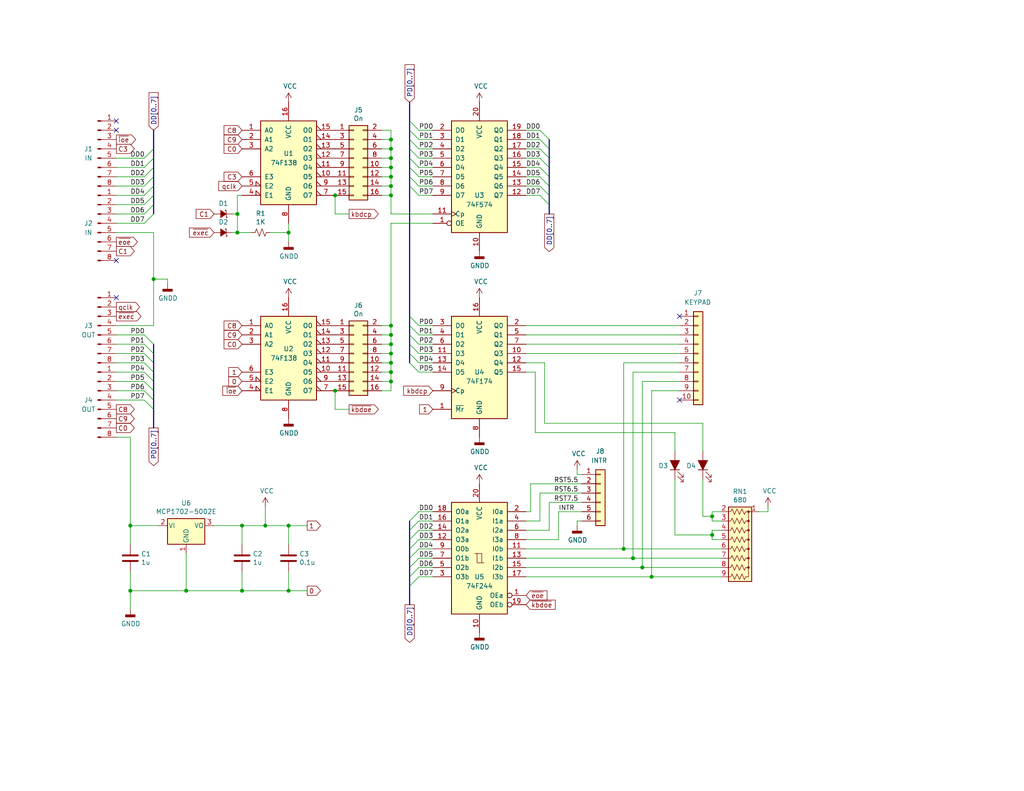
<source format=kicad_sch>
(kicad_sch (version 20211123) (generator eeschema)
  (paper "USLetter")
  (title_block (title "Novasaur Expansion Prototype") (date "2022-05-19") (rev "3") (company "Solid-state Machines") (comment 1 "Copyright (c) 2022"))
  (lib_symbols
    (symbol "74xx:74LS138" (pin_names (offset 1.016))
      (property "Reference" "U" (at -7.62 11.43 0))
      (property "Value" "74LS138" (at -7.62 -13.97 0))
      (symbol "74LS138_1_0"
        (pin input line (at -12.7 7.62 0) (length 5.08) (name "A0") (number "1"))
        (pin output output_low (at 12.7 -5.08 180) (length 5.08) (name "O5") (number "10"))
        (pin output output_low (at 12.7 -2.54 180) (length 5.08) (name "O4") (number "11"))
        (pin output output_low (at 12.7 0 180) (length 5.08) (name "O3") (number "12"))
        (pin output output_low (at 12.7 2.54 180) (length 5.08) (name "O2") (number "13"))
        (pin output output_low (at 12.7 5.08 180) (length 5.08) (name "O1") (number "14"))
        (pin output output_low (at 12.7 7.62 180) (length 5.08) (name "O0") (number "15"))
        (pin power_in line (at 0 15.24 270) (length 5.08) (name "VCC") (number "16"))
        (pin input line (at -12.7 5.08 0) (length 5.08) (name "A1") (number "2"))
        (pin input line (at -12.7 2.54 0) (length 5.08) (name "A2") (number "3"))
        (pin input input_low (at -12.7 -10.16 0) (length 5.08) (name "E1") (number "4"))
        (pin input input_low (at -12.7 -7.62 0) (length 5.08) (name "E2") (number "5"))
        (pin input line (at -12.7 -5.08 0) (length 5.08) (name "E3") (number "6"))
        (pin output output_low (at 12.7 -10.16 180) (length 5.08) (name "O7") (number "7"))
        (pin power_in line (at 0 -17.78 90) (length 5.08) (name "GND") (number "8"))
        (pin output output_low (at 12.7 -7.62 180) (length 5.08) (name "O6") (number "9"))
      )
      (symbol "74LS138_1_1"
        (rectangle (start -7.62 10.16) (end 7.62 -12.7) (stroke (width 0.254)) (fill (type background)))
      )
    )
    (symbol "74xx:74LS174" (pin_names (offset 1.016))
      (property "Reference" "U" (at -7.62 13.97 0))
      (property "Value" "74LS174" (at -7.62 -16.51 0))
      (symbol "74LS174_1_0"
        (pin input line (at -12.7 -12.7 0) (length 5.08) (name "~{Mr}") (number "1"))
        (pin output line (at 12.7 2.54 180) (length 5.08) (name "Q3") (number "10"))
        (pin input line (at -12.7 2.54 0) (length 5.08) (name "D3") (number "11"))
        (pin output line (at 12.7 0 180) (length 5.08) (name "Q4") (number "12"))
        (pin input line (at -12.7 0 0) (length 5.08) (name "D4") (number "13"))
        (pin input line (at -12.7 -2.54 0) (length 5.08) (name "D5") (number "14"))
        (pin output line (at 12.7 -2.54 180) (length 5.08) (name "Q5") (number "15"))
        (pin power_in line (at 0 17.78 270) (length 5.08) (name "VCC") (number "16"))
        (pin output line (at 12.7 10.16 180) (length 5.08) (name "Q0") (number "2"))
        (pin input line (at -12.7 10.16 0) (length 5.08) (name "D0") (number "3"))
        (pin input line (at -12.7 7.62 0) (length 5.08) (name "D1") (number "4"))
        (pin output line (at 12.7 7.62 180) (length 5.08) (name "Q1") (number "5"))
        (pin input line (at -12.7 5.08 0) (length 5.08) (name "D2") (number "6"))
        (pin output line (at 12.7 5.08 180) (length 5.08) (name "Q2") (number "7"))
        (pin power_in line (at 0 -20.32 90) (length 5.08) (name "GND") (number "8"))
        (pin input clock (at -12.7 -7.62 0) (length 5.08) (name "Cp") (number "9"))
      )
      (symbol "74LS174_1_1"
        (rectangle (start -7.62 12.7) (end 7.62 -15.24) (stroke (width 0.254)) (fill (type background)))
      )
    )
    (symbol "74xx:74LS244" (pin_names (offset 1.016))
      (property "Reference" "U" (at -7.62 16.51 0))
      (property "Value" "74LS244" (at -7.62 -16.51 0))
      (symbol "74LS244_1_0"
        (polyline (pts (xy -0.635 -1.27) (xy -0.635 1.27) (xy 0.635 1.27)))
        (polyline (pts (xy -1.27 -1.27) (xy 0.635 -1.27) (xy 0.635 1.27) (xy 1.27 1.27)))
        (pin input inverted (at -12.7 -10.16 0) (length 5.08) (name "OEa") (number "1"))
        (pin power_in line (at 0 -20.32 90) (length 5.08) (name "GND") (number "10"))
        (pin input line (at -12.7 2.54 0) (length 5.08) (name "I0b") (number "11"))
        (pin tri_state line (at 12.7 5.08 180) (length 5.08) (name "O3a") (number "12"))
        (pin input line (at -12.7 0 0) (length 5.08) (name "I1b") (number "13"))
        (pin tri_state line (at 12.7 7.62 180) (length 5.08) (name "O2a") (number "14"))
        (pin input line (at -12.7 -2.54 0) (length 5.08) (name "I2b") (number "15"))
        (pin tri_state line (at 12.7 10.16 180) (length 5.08) (name "O1a") (number "16"))
        (pin input line (at -12.7 -5.08 0) (length 5.08) (name "I3b") (number "17"))
        (pin tri_state line (at 12.7 12.7 180) (length 5.08) (name "O0a") (number "18"))
        (pin input inverted (at -12.7 -12.7 0) (length 5.08) (name "OEb") (number "19"))
        (pin input line (at -12.7 12.7 0) (length 5.08) (name "I0a") (number "2"))
        (pin power_in line (at 0 20.32 270) (length 5.08) (name "VCC") (number "20"))
        (pin tri_state line (at 12.7 -5.08 180) (length 5.08) (name "O3b") (number "3"))
        (pin input line (at -12.7 10.16 0) (length 5.08) (name "I1a") (number "4"))
        (pin tri_state line (at 12.7 -2.54 180) (length 5.08) (name "O2b") (number "5"))
        (pin input line (at -12.7 7.62 0) (length 5.08) (name "I2a") (number "6"))
        (pin tri_state line (at 12.7 0 180) (length 5.08) (name "O1b") (number "7"))
        (pin input line (at -12.7 5.08 0) (length 5.08) (name "I3a") (number "8"))
        (pin tri_state line (at 12.7 2.54 180) (length 5.08) (name "O0b") (number "9"))
      )
      (symbol "74LS244_1_1"
        (rectangle (start -7.62 15.24) (end 7.62 -15.24) (stroke (width 0.254)) (fill (type background)))
      )
    )
    (symbol "74xx:74LS574" (pin_names (offset 1.016))
      (property "Reference" "U" (at -7.62 16.51 0))
      (property "Value" "74LS574" (at -7.62 -16.51 0))
      (symbol "74LS574_1_0"
        (pin input inverted (at -12.7 -12.7 0) (length 5.08) (name "OE") (number "1"))
        (pin power_in line (at 0 -20.32 90) (length 5.08) (name "GND") (number "10"))
        (pin input clock (at -12.7 -10.16 0) (length 5.08) (name "Cp") (number "11"))
        (pin tri_state line (at 12.7 -5.08 180) (length 5.08) (name "Q7") (number "12"))
        (pin tri_state line (at 12.7 -2.54 180) (length 5.08) (name "Q6") (number "13"))
        (pin tri_state line (at 12.7 0 180) (length 5.08) (name "Q5") (number "14"))
        (pin tri_state line (at 12.7 2.54 180) (length 5.08) (name "Q4") (number "15"))
        (pin tri_state line (at 12.7 5.08 180) (length 5.08) (name "Q3") (number "16"))
        (pin tri_state line (at 12.7 7.62 180) (length 5.08) (name "Q2") (number "17"))
        (pin tri_state line (at 12.7 10.16 180) (length 5.08) (name "Q1") (number "18"))
        (pin tri_state line (at 12.7 12.7 180) (length 5.08) (name "Q0") (number "19"))
        (pin input line (at -12.7 12.7 0) (length 5.08) (name "D0") (number "2"))
        (pin power_in line (at 0 20.32 270) (length 5.08) (name "VCC") (number "20"))
        (pin input line (at -12.7 10.16 0) (length 5.08) (name "D1") (number "3"))
        (pin input line (at -12.7 7.62 0) (length 5.08) (name "D2") (number "4"))
        (pin input line (at -12.7 5.08 0) (length 5.08) (name "D3") (number "5"))
        (pin input line (at -12.7 2.54 0) (length 5.08) (name "D4") (number "6"))
        (pin input line (at -12.7 0 0) (length 5.08) (name "D5") (number "7"))
        (pin input line (at -12.7 -2.54 0) (length 5.08) (name "D6") (number "8"))
        (pin input line (at -12.7 -5.08 0) (length 5.08) (name "D7") (number "9"))
      )
      (symbol "74LS574_1_1"
        (rectangle (start -7.62 15.24) (end 7.62 -15.24) (stroke (width 0.254)) (fill (type background)))
      )
    )
    (symbol "Connector:Conn_01x08_Male" (pin_names (offset 1.016) hide)
      (property "Reference" "J" (at 0 10.16 0))
      (property "Value" "Conn_01x08_Male" (at 0 -12.7 0))
      (symbol "Conn_01x08_Male_1_1"
        (polyline (pts (xy 1.27 -10.16) (xy 0.8636 -10.16)) (stroke (width 0.1524)))
        (polyline (pts (xy 1.27 -7.62) (xy 0.8636 -7.62)) (stroke (width 0.1524)))
        (polyline (pts (xy 1.27 -5.08) (xy 0.8636 -5.08)) (stroke (width 0.1524)))
        (polyline (pts (xy 1.27 -2.54) (xy 0.8636 -2.54)) (stroke (width 0.1524)))
        (polyline (pts (xy 1.27 0) (xy 0.8636 0)) (stroke (width 0.1524)))
        (polyline (pts (xy 1.27 2.54) (xy 0.8636 2.54)) (stroke (width 0.1524)))
        (polyline (pts (xy 1.27 5.08) (xy 0.8636 5.08)) (stroke (width 0.1524)))
        (polyline (pts (xy 1.27 7.62) (xy 0.8636 7.62)) (stroke (width 0.1524)))
        (rectangle (start 0.8636 -10.033) (end 0 -10.287) (stroke (width 0.1524)) (fill (type outline)))
        (rectangle (start 0.8636 -7.493) (end 0 -7.747) (stroke (width 0.1524)) (fill (type outline)))
        (rectangle (start 0.8636 -4.953) (end 0 -5.207) (stroke (width 0.1524)) (fill (type outline)))
        (rectangle (start 0.8636 -2.413) (end 0 -2.667) (stroke (width 0.1524)) (fill (type outline)))
        (rectangle (start 0.8636 0.127) (end 0 -0.127) (stroke (width 0.1524)) (fill (type outline)))
        (rectangle (start 0.8636 2.667) (end 0 2.413) (stroke (width 0.1524)) (fill (type outline)))
        (rectangle (start 0.8636 5.207) (end 0 4.953) (stroke (width 0.1524)) (fill (type outline)))
        (rectangle (start 0.8636 7.747) (end 0 7.493) (stroke (width 0.1524)) (fill (type outline)))
        (pin passive line (at 5.08 7.62 180) (length 3.81) (name "Pin_1") (number "1"))
        (pin passive line (at 5.08 5.08 180) (length 3.81) (name "Pin_2") (number "2"))
        (pin passive line (at 5.08 2.54 180) (length 3.81) (name "Pin_3") (number "3"))
        (pin passive line (at 5.08 0 180) (length 3.81) (name "Pin_4") (number "4"))
        (pin passive line (at 5.08 -2.54 180) (length 3.81) (name "Pin_5") (number "5"))
        (pin passive line (at 5.08 -5.08 180) (length 3.81) (name "Pin_6") (number "6"))
        (pin passive line (at 5.08 -7.62 180) (length 3.81) (name "Pin_7") (number "7"))
        (pin passive line (at 5.08 -10.16 180) (length 3.81) (name "Pin_8") (number "8"))
      )
    )
    (symbol "Connector_Generic:Conn_01x06" (pin_names (offset 1.016) hide)
      (property "Reference" "J" (at 0 7.62 0))
      (property "Value" "Conn_01x06" (at 0 -10.16 0))
      (symbol "Conn_01x06_1_1"
        (rectangle (start -1.27 -7.493) (end 0 -7.747) (stroke (width 0.1524)))
        (rectangle (start -1.27 -4.953) (end 0 -5.207) (stroke (width 0.1524)))
        (rectangle (start -1.27 -2.413) (end 0 -2.667) (stroke (width 0.1524)))
        (rectangle (start -1.27 0.127) (end 0 -0.127) (stroke (width 0.1524)))
        (rectangle (start -1.27 2.667) (end 0 2.413) (stroke (width 0.1524)))
        (rectangle (start -1.27 5.207) (end 0 4.953) (stroke (width 0.1524)))
        (rectangle (start -1.27 6.35) (end 1.27 -8.89) (stroke (width 0.254)) (fill (type background)))
        (pin passive line (at -5.08 5.08 0) (length 3.81) (name "Pin_1") (number "1"))
        (pin passive line (at -5.08 2.54 0) (length 3.81) (name "Pin_2") (number "2"))
        (pin passive line (at -5.08 0 0) (length 3.81) (name "Pin_3") (number "3"))
        (pin passive line (at -5.08 -2.54 0) (length 3.81) (name "Pin_4") (number "4"))
        (pin passive line (at -5.08 -5.08 0) (length 3.81) (name "Pin_5") (number "5"))
        (pin passive line (at -5.08 -7.62 0) (length 3.81) (name "Pin_6") (number "6"))
      )
    )
    (symbol "Connector_Generic:Conn_01x10" (pin_names (offset 1.016) hide)
      (property "Reference" "J" (at 0 12.7 0))
      (property "Value" "Conn_01x10" (at 0 -15.24 0))
      (symbol "Conn_01x10_1_1"
        (rectangle (start -1.27 -12.573) (end 0 -12.827) (stroke (width 0.1524)))
        (rectangle (start -1.27 -10.033) (end 0 -10.287) (stroke (width 0.1524)))
        (rectangle (start -1.27 -7.493) (end 0 -7.747) (stroke (width 0.1524)))
        (rectangle (start -1.27 -4.953) (end 0 -5.207) (stroke (width 0.1524)))
        (rectangle (start -1.27 -2.413) (end 0 -2.667) (stroke (width 0.1524)))
        (rectangle (start -1.27 0.127) (end 0 -0.127) (stroke (width 0.1524)))
        (rectangle (start -1.27 2.667) (end 0 2.413) (stroke (width 0.1524)))
        (rectangle (start -1.27 5.207) (end 0 4.953) (stroke (width 0.1524)))
        (rectangle (start -1.27 7.747) (end 0 7.493) (stroke (width 0.1524)))
        (rectangle (start -1.27 10.287) (end 0 10.033) (stroke (width 0.1524)))
        (rectangle (start -1.27 11.43) (end 1.27 -13.97) (stroke (width 0.254)) (fill (type background)))
        (pin passive line (at -5.08 10.16 0) (length 3.81) (name "Pin_1") (number "1"))
        (pin passive line (at -5.08 -12.7 0) (length 3.81) (name "Pin_10") (number "10"))
        (pin passive line (at -5.08 7.62 0) (length 3.81) (name "Pin_2") (number "2"))
        (pin passive line (at -5.08 5.08 0) (length 3.81) (name "Pin_3") (number "3"))
        (pin passive line (at -5.08 2.54 0) (length 3.81) (name "Pin_4") (number "4"))
        (pin passive line (at -5.08 0 0) (length 3.81) (name "Pin_5") (number "5"))
        (pin passive line (at -5.08 -2.54 0) (length 3.81) (name "Pin_6") (number "6"))
        (pin passive line (at -5.08 -5.08 0) (length 3.81) (name "Pin_7") (number "7"))
        (pin passive line (at -5.08 -7.62 0) (length 3.81) (name "Pin_8") (number "8"))
        (pin passive line (at -5.08 -10.16 0) (length 3.81) (name "Pin_9") (number "9"))
      )
    )
    (symbol "Connector_Generic:Conn_02x08_Odd_Even" (pin_names (offset 1.016) hide)
      (property "Reference" "J" (at 1.27 10.16 0))
      (property "Value" "Conn_02x08_Odd_Even" (at 1.27 -12.7 0))
      (symbol "Conn_02x08_Odd_Even_1_1"
        (rectangle (start -1.27 -10.033) (end 0 -10.287) (stroke (width 0.1524)))
        (rectangle (start -1.27 -7.493) (end 0 -7.747) (stroke (width 0.1524)))
        (rectangle (start -1.27 -4.953) (end 0 -5.207) (stroke (width 0.1524)))
        (rectangle (start -1.27 -2.413) (end 0 -2.667) (stroke (width 0.1524)))
        (rectangle (start -1.27 0.127) (end 0 -0.127) (stroke (width 0.1524)))
        (rectangle (start -1.27 2.667) (end 0 2.413) (stroke (width 0.1524)))
        (rectangle (start -1.27 5.207) (end 0 4.953) (stroke (width 0.1524)))
        (rectangle (start -1.27 7.747) (end 0 7.493) (stroke (width 0.1524)))
        (rectangle (start -1.27 8.89) (end 3.81 -11.43) (stroke (width 0.254)) (fill (type background)))
        (rectangle (start 3.81 -10.033) (end 2.54 -10.287) (stroke (width 0.1524)))
        (rectangle (start 3.81 -7.493) (end 2.54 -7.747) (stroke (width 0.1524)))
        (rectangle (start 3.81 -4.953) (end 2.54 -5.207) (stroke (width 0.1524)))
        (rectangle (start 3.81 -2.413) (end 2.54 -2.667) (stroke (width 0.1524)))
        (rectangle (start 3.81 0.127) (end 2.54 -0.127) (stroke (width 0.1524)))
        (rectangle (start 3.81 2.667) (end 2.54 2.413) (stroke (width 0.1524)))
        (rectangle (start 3.81 5.207) (end 2.54 4.953) (stroke (width 0.1524)))
        (rectangle (start 3.81 7.747) (end 2.54 7.493) (stroke (width 0.1524)))
        (pin passive line (at -5.08 7.62 0) (length 3.81) (name "Pin_1") (number "1"))
        (pin passive line (at 7.62 -2.54 180) (length 3.81) (name "Pin_10") (number "10"))
        (pin passive line (at -5.08 -5.08 0) (length 3.81) (name "Pin_11") (number "11"))
        (pin passive line (at 7.62 -5.08 180) (length 3.81) (name "Pin_12") (number "12"))
        (pin passive line (at -5.08 -7.62 0) (length 3.81) (name "Pin_13") (number "13"))
        (pin passive line (at 7.62 -7.62 180) (length 3.81) (name "Pin_14") (number "14"))
        (pin passive line (at -5.08 -10.16 0) (length 3.81) (name "Pin_15") (number "15"))
        (pin passive line (at 7.62 -10.16 180) (length 3.81) (name "Pin_16") (number "16"))
        (pin passive line (at 7.62 7.62 180) (length 3.81) (name "Pin_2") (number "2"))
        (pin passive line (at -5.08 5.08 0) (length 3.81) (name "Pin_3") (number "3"))
        (pin passive line (at 7.62 5.08 180) (length 3.81) (name "Pin_4") (number "4"))
        (pin passive line (at -5.08 2.54 0) (length 3.81) (name "Pin_5") (number "5"))
        (pin passive line (at 7.62 2.54 180) (length 3.81) (name "Pin_6") (number "6"))
        (pin passive line (at -5.08 0 0) (length 3.81) (name "Pin_7") (number "7"))
        (pin passive line (at 7.62 0 180) (length 3.81) (name "Pin_8") (number "8"))
        (pin passive line (at -5.08 -2.54 0) (length 3.81) (name "Pin_9") (number "9"))
      )
    )
    (symbol "Device:C" (pin_numbers hide) (pin_names (offset 0.254))
      (property "Reference" "C" (at 0.635 2.54 0))
      (property "Value" "C" (at 0.635 -2.54 0))
      (symbol "C_0_1"
        (polyline (pts (xy -2.032 -0.762) (xy 2.032 -0.762)) (stroke (width 0.508)))
        (polyline (pts (xy -2.032 0.762) (xy 2.032 0.762)) (stroke (width 0.508)))
      )
      (symbol "C_1_1"
        (pin passive line (at 0 3.81 270) (length 2.794) (name "~") (number "1"))
        (pin passive line (at 0 -3.81 90) (length 2.794) (name "~") (number "2"))
      )
    )
    (symbol "Device:D_Schottky_Small_ALT" (pin_numbers hide) (pin_names (offset 0.254) hide)
      (property "Reference" "D" (at -1.27 2.032 0))
      (property "Value" "Device_D_Schottky_Small_ALT" (at -7.112 -2.032 0))
      (symbol "D_Schottky_Small_ALT_0_1"
        (polyline (pts (xy -0.762 -1.016) (xy -0.762 1.016)))
        (polyline (pts (xy -0.762 0) (xy 0.762 0)))
        (polyline (pts (xy -0.762 -1.016) (xy -0.508 -1.016) (xy -0.508 -0.762)))
        (polyline (pts (xy -0.762 1.016) (xy -1.016 1.016) (xy -1.016 0.762)))
        (polyline (pts (xy 0.762 -1.016) (xy -0.762 0) (xy 0.762 1.016) (xy 0.762 -1.016)) (fill (type outline)))
      )
      (symbol "D_Schottky_Small_ALT_1_1"
        (pin passive line (at -2.54 0 0) (length 1.778) (name "K") (number "1"))
        (pin passive line (at 2.54 0 180) (length 1.778) (name "A") (number "2"))
      )
    )
    (symbol "Device:LED_ALT" (pin_numbers hide) (pin_names (offset 1.016) hide)
      (property "Reference" "D" (at 0 2.54 0))
      (property "Value" "Device_LED_ALT" (at 0 -2.54 0))
      (symbol "LED_ALT_0_1"
        (polyline (pts (xy -1.27 -1.27) (xy -1.27 1.27)) (stroke (width 0.2032)))
        (polyline (pts (xy -1.27 0) (xy 1.27 0)))
        (polyline (pts (xy 1.27 -1.27) (xy 1.27 1.27) (xy -1.27 0) (xy 1.27 -1.27)) (stroke (width 0.2032)) (fill (type outline)))
        (polyline (pts (xy -3.048 -0.762) (xy -4.572 -2.286) (xy -3.81 -2.286) (xy -4.572 -2.286) (xy -4.572 -1.524)))
        (polyline (pts (xy -1.778 -0.762) (xy -3.302 -2.286) (xy -2.54 -2.286) (xy -3.302 -2.286) (xy -3.302 -1.524)))
      )
      (symbol "LED_ALT_1_1"
        (pin passive line (at -3.81 0 0) (length 2.54) (name "K") (number "1"))
        (pin passive line (at 3.81 0 180) (length 2.54) (name "A") (number "2"))
      )
    )
    (symbol "Device:R_Network08_US" (pin_names (offset 0) hide)
      (property "Reference" "RN" (at -12.7 0 90))
      (property "Value" "R_Network08_US" (at 10.16 0 90))
      (symbol "R_Network08_US_0_1"
        (rectangle (start -11.43 -3.175) (end 8.89 3.175) (stroke (width 0.254)) (fill (type background)))
        (circle (center -10.16 2.286) (radius 0.254) (fill (type outline)))
        (circle (center -7.62 2.286) (radius 0.254) (fill (type outline)))
        (circle (center -5.08 2.286) (radius 0.254) (fill (type outline)))
        (circle (center -2.54 2.286) (radius 0.254) (fill (type outline)))
        (polyline (pts (xy -10.16 2.286) (xy 7.62 2.286)))
        (polyline (pts (xy -10.16 2.286) (xy -10.16 1.524) (xy -9.398 1.1684) (xy -10.922 0.508) (xy -9.398 -0.1524) (xy -10.922 -0.8382) (xy -9.398 -1.524) (xy -10.922 -2.1844) (xy -10.16 -2.54) (xy -10.16 -3.81)))
        (polyline (pts (xy -7.62 2.286) (xy -7.62 1.524) (xy -6.858 1.1684) (xy -8.382 0.508) (xy -6.858 -0.1524) (xy -8.382 -0.8382) (xy -6.858 -1.524) (xy -8.382 -2.1844) (xy -7.62 -2.54) (xy -7.62 -3.81)))
        (polyline (pts (xy -5.08 2.286) (xy -5.08 1.524) (xy -4.318 1.1684) (xy -5.842 0.508) (xy -4.318 -0.1524) (xy -5.842 -0.8382) (xy -4.318 -1.524) (xy -5.842 -2.1844) (xy -5.08 -2.54) (xy -5.08 -3.81)))
        (polyline (pts (xy -2.54 2.286) (xy -2.54 1.524) (xy -1.778 1.1684) (xy -3.302 0.508) (xy -1.778 -0.1524) (xy -3.302 -0.8382) (xy -1.778 -1.524) (xy -3.302 -2.1844) (xy -2.54 -2.54) (xy -2.54 -3.81)))
        (polyline (pts (xy 0 2.286) (xy 0 1.524) (xy 0.762 1.1684) (xy -0.762 0.508) (xy 0.762 -0.1524) (xy -0.762 -0.8382) (xy 0.762 -1.524) (xy -0.762 -2.1844) (xy 0 -2.54) (xy 0 -3.81)))
        (polyline (pts (xy 2.54 2.286) (xy 2.54 1.524) (xy 3.302 1.1684) (xy 1.778 0.508) (xy 3.302 -0.1524) (xy 1.778 -0.8382) (xy 3.302 -1.524) (xy 1.778 -2.1844) (xy 2.54 -2.54) (xy 2.54 -3.81)))
        (polyline (pts (xy 5.08 2.286) (xy 5.08 1.524) (xy 5.842 1.1684) (xy 4.318 0.508) (xy 5.842 -0.1524) (xy 4.318 -0.8382) (xy 5.842 -1.524) (xy 4.318 -2.1844) (xy 5.08 -2.54) (xy 5.08 -3.81)))
        (polyline (pts (xy 7.62 2.286) (xy 7.62 1.524) (xy 8.382 1.1684) (xy 6.858 0.508) (xy 8.382 -0.1524) (xy 6.858 -0.8382) (xy 8.382 -1.524) (xy 6.858 -2.1844) (xy 7.62 -2.54) (xy 7.62 -3.81)))
        (circle (center 0 2.286) (radius 0.254) (fill (type outline)))
        (circle (center 2.54 2.286) (radius 0.254) (fill (type outline)))
        (circle (center 5.08 2.286) (radius 0.254) (fill (type outline)))
      )
      (symbol "R_Network08_US_1_1"
        (pin passive line (at -10.16 5.08 270) (length 2.54) (name "common") (number "1"))
        (pin passive line (at -10.16 -5.08 90) (length 1.27) (name "R1") (number "2"))
        (pin passive line (at -7.62 -5.08 90) (length 1.27) (name "R2") (number "3"))
        (pin passive line (at -5.08 -5.08 90) (length 1.27) (name "R3") (number "4"))
        (pin passive line (at -2.54 -5.08 90) (length 1.27) (name "R4") (number "5"))
        (pin passive line (at 0 -5.08 90) (length 1.27) (name "R5") (number "6"))
        (pin passive line (at 2.54 -5.08 90) (length 1.27) (name "R6") (number "7"))
        (pin passive line (at 5.08 -5.08 90) (length 1.27) (name "R7") (number "8"))
        (pin passive line (at 7.62 -5.08 90) (length 1.27) (name "R8") (number "9"))
      )
    )
    (symbol "Device:R_Small_US" (pin_numbers hide) (pin_names (offset 0.254) hide)
      (property "Reference" "R" (at 0.762 0.508 0))
      (property "Value" "R_Small_US" (at 0.762 -1.016 0))
      (symbol "R_Small_US_1_1"
        (polyline (pts (xy 0 0) (xy 1.016 -0.381) (xy 0 -0.762) (xy -1.016 -1.143) (xy 0 -1.524)))
        (polyline (pts (xy 0 1.524) (xy 1.016 1.143) (xy 0 0.762) (xy -1.016 0.381) (xy 0 0)))
        (pin passive line (at 0 2.54 270) (length 1.016) (name "~") (number "1"))
        (pin passive line (at 0 -2.54 90) (length 1.016) (name "~") (number "2"))
      )
    )
    (symbol "Regulator_Linear:MCP1700-5002E_TO92" (pin_names (offset 0.254))
      (property "Reference" "U" (at -3.81 -3.175 0))
      (property "Value" "MCP1700-5002E_TO92" (at 0 -3.175 0))
      (symbol "MCP1700-5002E_TO92_0_1"
        (rectangle (start -5.08 5.08) (end 5.08 -1.905) (stroke (width 0.254)) (fill (type background)))
      )
      (symbol "MCP1700-5002E_TO92_1_1"
        (pin power_in line (at 0 7.62 270) (length 2.54) (name "GND") (number "1"))
        (pin power_in line (at -7.62 0 0) (length 2.54) (name "VI") (number "2"))
        (pin power_out line (at 7.62 0 180) (length 2.54) (name "VO") (number "3"))
      )
    )
    (symbol "power:GNDD" (power) (pin_names (offset 0))
      (property "Value" "GNDD" (at 0 -3.175 0))
      (symbol "GNDD_0_1"
        (rectangle (start -1.27 -1.524) (end 1.27 -2.032) (stroke (width 0.254)) (fill (type outline)))
        (polyline (pts (xy 0 0) (xy 0 -1.524)))
      )
      (symbol "GNDD_1_1"
        (pin power_in line (at 0 0 270) (length 0) hide (name "GNDD") (number "1"))
      )
    )
    (symbol "power:VCC" (power) (pin_names (offset 0))
      (property "Value" "VCC" (at 0 3.81 0))
      (symbol "VCC_0_1"
        (polyline (pts (xy -0.762 1.27) (xy 0 2.54)))
        (polyline (pts (xy 0 0) (xy 0 2.54)))
        (polyline (pts (xy 0 2.54) (xy 0.762 1.27)))
      )
      (symbol "VCC_1_1"
        (pin power_in line (at 0 0 90) (length 0) hide (name "VCC") (number "1"))
      )
    )
  )
  (junction (at 41.91 76.2))
  (junction (at 64.77 63.5))
  (junction (at 106.68 99.06))
  (junction (at 106.68 104.14))
  (junction (at 170.18 149.86))
  (junction (at 91.44 53.34))
  (junction (at 106.68 38.1))
  (junction (at 64.77 58.42))
  (junction (at 194.31 140.97))
  (junction (at 35.56 143.51))
  (junction (at 66.04 161.29))
  (junction (at 106.68 101.6))
  (junction (at 106.68 40.64))
  (junction (at 106.68 50.8))
  (junction (at 78.74 143.51))
  (junction (at 106.68 43.18))
  (junction (at 78.74 161.29))
  (junction (at 194.31 146.05))
  (junction (at 66.04 143.51))
  (junction (at 106.68 93.98))
  (junction (at 175.26 154.94))
  (junction (at 106.68 96.52))
  (junction (at 91.44 106.68))
  (junction (at 106.68 88.9))
  (junction (at 72.39 143.51))
  (junction (at 106.68 91.44))
  (junction (at 172.72 152.4))
  (junction (at 106.68 48.26))
  (junction (at 78.74 63.5))
  (junction (at 106.68 53.34))
  (junction (at 50.8 161.29))
  (junction (at 35.56 161.29))
  (junction (at 177.8 157.48))
  (junction (at 106.68 45.72))
  (no_connect (at 31.75 81.28))
  (no_connect (at 31.75 33.02))
  (no_connect (at 31.75 35.56))
  (no_connect (at 185.42 86.36))
  (no_connect (at 31.75 71.12))
  (no_connect (at 185.42 109.22))
  (bus_entry (at 149.86 45.72) (size -2.54 -2.54))
  (bus_entry (at 39.37 50.8) (size 2.54 -2.54))
  (bus_entry (at 111.76 149.86) (size 2.54 -2.54))
  (bus_entry (at 111.76 40.64) (size 2.54 2.54))
  (bus_entry (at 111.76 48.26) (size 2.54 2.54))
  (bus_entry (at 111.76 93.98) (size 2.54 2.54))
  (bus_entry (at 39.37 53.34) (size 2.54 -2.54))
  (bus_entry (at 39.37 60.96) (size 2.54 -2.54))
  (bus_entry (at 111.76 91.44) (size 2.54 2.54))
  (bus_entry (at 39.37 55.88) (size 2.54 -2.54))
  (bus_entry (at 39.37 109.22) (size 2.54 2.54))
  (bus_entry (at 149.86 53.34) (size -2.54 -2.54))
  (bus_entry (at 149.86 55.88) (size -2.54 -2.54))
  (bus_entry (at 111.76 43.18) (size 2.54 2.54))
  (bus_entry (at 111.76 157.48) (size 2.54 -2.54))
  (bus_entry (at 39.37 93.98) (size 2.54 2.54))
  (bus_entry (at 111.76 99.06) (size 2.54 2.54))
  (bus_entry (at 111.76 88.9) (size 2.54 2.54))
  (bus_entry (at 39.37 45.72) (size 2.54 -2.54))
  (bus_entry (at 149.86 43.18) (size -2.54 -2.54))
  (bus_entry (at 111.76 152.4) (size 2.54 -2.54))
  (bus_entry (at 111.76 50.8) (size 2.54 2.54))
  (bus_entry (at 111.76 96.52) (size 2.54 2.54))
  (bus_entry (at 111.76 38.1) (size 2.54 2.54))
  (bus_entry (at 39.37 91.44) (size 2.54 2.54))
  (bus_entry (at 111.76 142.24) (size 2.54 -2.54))
  (bus_entry (at 111.76 35.56) (size 2.54 2.54))
  (bus_entry (at 39.37 43.18) (size 2.54 -2.54))
  (bus_entry (at 39.37 48.26) (size 2.54 -2.54))
  (bus_entry (at 149.86 50.8) (size -2.54 -2.54))
  (bus_entry (at 39.37 58.42) (size 2.54 -2.54))
  (bus_entry (at 111.76 45.72) (size 2.54 2.54))
  (bus_entry (at 111.76 154.94) (size 2.54 -2.54))
  (bus_entry (at 111.76 160.02) (size 2.54 -2.54))
  (bus_entry (at 149.86 40.64) (size -2.54 -2.54))
  (bus_entry (at 111.76 86.36) (size 2.54 2.54))
  (bus_entry (at 39.37 104.14) (size 2.54 2.54))
  (bus_entry (at 39.37 101.6) (size 2.54 2.54))
  (bus_entry (at 39.37 96.52) (size 2.54 2.54))
  (bus_entry (at 149.86 48.26) (size -2.54 -2.54))
  (bus_entry (at 149.86 38.1) (size -2.54 -2.54))
  (bus_entry (at 39.37 106.68) (size 2.54 2.54))
  (bus_entry (at 39.37 99.06) (size 2.54 2.54))
  (bus_entry (at 111.76 144.78) (size 2.54 -2.54))
  (bus_entry (at 111.76 147.32) (size 2.54 -2.54))
  (bus_entry (at 111.76 33.02) (size 2.54 2.54))
  (wire (pts (xy 104.14 93.98) (xy 106.68 93.98)))
  (wire (pts (xy 45.72 76.2) (xy 41.91 76.2)))
  (wire (pts (xy 106.68 104.14) (xy 106.68 106.68)))
  (wire (pts (xy 31.75 119.38) (xy 35.56 119.38)))
  (wire (pts (xy 106.68 43.18) (xy 106.68 45.72)))
  (wire (pts (xy 114.3 93.98) (xy 118.11 93.98)))
  (wire (pts (xy 114.3 53.34) (xy 118.11 53.34)))
  (bus (pts (xy 41.91 106.68) (xy 41.91 109.22)))
  (wire (pts (xy 143.51 88.9) (xy 185.42 88.9)))
  (wire (pts (xy 143.51 139.7) (xy 144.78 139.7)))
  (wire (pts (xy 191.77 115.57) (xy 191.77 123.19)))
  (wire (pts (xy 31.75 101.6) (xy 39.37 101.6)))
  (bus (pts (xy 111.76 147.32) (xy 111.76 149.86)))
  (bus (pts (xy 41.91 104.14) (xy 41.91 106.68)))
  (bus (pts (xy 111.76 35.56) (xy 111.76 38.1)))
  (wire (pts (xy 185.42 104.14) (xy 175.26 104.14)))
  (wire (pts (xy 31.75 50.8) (xy 39.37 50.8)))
  (wire (pts (xy 118.11 58.42) (xy 106.68 58.42)))
  (bus (pts (xy 41.91 40.64) (xy 41.91 43.18)))
  (wire (pts (xy 114.3 48.26) (xy 118.11 48.26)))
  (wire (pts (xy 191.77 130.81) (xy 191.77 140.97)))
  (wire (pts (xy 194.31 140.97) (xy 194.31 139.7)))
  (wire (pts (xy 191.77 140.97) (xy 194.31 140.97)))
  (wire (pts (xy 143.51 45.72) (xy 147.32 45.72)))
  (wire (pts (xy 114.3 144.78) (xy 118.11 144.78)))
  (wire (pts (xy 63.5 58.42) (xy 64.77 58.42)))
  (wire (pts (xy 144.78 132.08) (xy 158.75 132.08)))
  (wire (pts (xy 143.51 48.26) (xy 147.32 48.26)))
  (wire (pts (xy 58.42 143.51) (xy 66.04 143.51)))
  (wire (pts (xy 66.04 161.29) (xy 50.8 161.29)))
  (wire (pts (xy 66.04 161.29) (xy 66.04 156.21)))
  (wire (pts (xy 143.51 50.8) (xy 147.32 50.8)))
  (wire (pts (xy 143.51 43.18) (xy 147.32 43.18)))
  (wire (pts (xy 106.68 93.98) (xy 106.68 96.52)))
  (wire (pts (xy 31.75 104.14) (xy 39.37 104.14)))
  (wire (pts (xy 104.14 43.18) (xy 106.68 43.18)))
  (wire (pts (xy 31.75 45.72) (xy 39.37 45.72)))
  (wire (pts (xy 152.4 139.7) (xy 158.75 139.7)))
  (wire (pts (xy 146.05 101.6) (xy 143.51 101.6)))
  (wire (pts (xy 158.75 129.54) (xy 157.48 129.54)))
  (bus (pts (xy 41.91 111.76) (xy 41.91 116.84)))
  (wire (pts (xy 104.14 45.72) (xy 106.68 45.72)))
  (wire (pts (xy 196.85 144.78) (xy 194.31 144.78)))
  (bus (pts (xy 111.76 33.02) (xy 111.76 35.56)))
  (wire (pts (xy 177.8 157.48) (xy 177.8 106.68)))
  (wire (pts (xy 66.04 53.34) (xy 64.77 53.34)))
  (wire (pts (xy 104.14 50.8) (xy 106.68 50.8)))
  (bus (pts (xy 41.91 53.34) (xy 41.91 55.88)))
  (wire (pts (xy 31.75 58.42) (xy 39.37 58.42)))
  (wire (pts (xy 143.51 152.4) (xy 172.72 152.4)))
  (wire (pts (xy 104.14 91.44) (xy 106.68 91.44)))
  (wire (pts (xy 31.75 55.88) (xy 39.37 55.88)))
  (wire (pts (xy 194.31 146.05) (xy 194.31 147.32)))
  (wire (pts (xy 35.56 143.51) (xy 43.18 143.51)))
  (wire (pts (xy 31.75 60.96) (xy 39.37 60.96)))
  (wire (pts (xy 143.51 96.52) (xy 185.42 96.52)))
  (wire (pts (xy 35.56 119.38) (xy 35.56 143.51)))
  (wire (pts (xy 72.39 143.51) (xy 72.39 138.43)))
  (wire (pts (xy 41.91 76.2) (xy 41.91 88.9)))
  (wire (pts (xy 78.74 143.51) (xy 78.74 148.59)))
  (wire (pts (xy 143.51 157.48) (xy 177.8 157.48)))
  (bus (pts (xy 111.76 93.98) (xy 111.76 96.52)))
  (bus (pts (xy 41.91 99.06) (xy 41.91 101.6)))
  (wire (pts (xy 143.51 53.34) (xy 147.32 53.34)))
  (wire (pts (xy 78.74 143.51) (xy 83.82 143.51)))
  (wire (pts (xy 114.3 88.9) (xy 118.11 88.9)))
  (bus (pts (xy 111.76 45.72) (xy 111.76 48.26)))
  (wire (pts (xy 207.01 139.7) (xy 209.55 139.7)))
  (wire (pts (xy 194.31 139.7) (xy 196.85 139.7)))
  (wire (pts (xy 114.3 99.06) (xy 118.11 99.06)))
  (wire (pts (xy 143.51 99.06) (xy 148.59 99.06)))
  (wire (pts (xy 175.26 154.94) (xy 196.85 154.94)))
  (wire (pts (xy 143.51 144.78) (xy 149.86 144.78)))
  (wire (pts (xy 66.04 143.51) (xy 66.04 148.59)))
  (wire (pts (xy 104.14 99.06) (xy 106.68 99.06)))
  (wire (pts (xy 78.74 60.96) (xy 78.74 63.5)))
  (wire (pts (xy 31.75 96.52) (xy 39.37 96.52)))
  (wire (pts (xy 106.68 53.34) (xy 106.68 58.42)))
  (bus (pts (xy 111.76 40.64) (xy 111.76 43.18)))
  (wire (pts (xy 157.48 143.51) (xy 157.48 142.24)))
  (bus (pts (xy 111.76 48.26) (xy 111.76 50.8)))
  (bus (pts (xy 149.86 48.26) (xy 149.86 50.8)))
  (wire (pts (xy 144.78 132.08) (xy 144.78 139.7)))
  (wire (pts (xy 184.15 146.05) (xy 194.31 146.05)))
  (bus (pts (xy 41.91 55.88) (xy 41.91 58.42)))
  (bus (pts (xy 41.91 35.56) (xy 41.91 40.64)))
  (wire (pts (xy 143.51 142.24) (xy 147.32 142.24)))
  (wire (pts (xy 106.68 50.8) (xy 106.68 53.34)))
  (wire (pts (xy 104.14 88.9) (xy 106.68 88.9)))
  (wire (pts (xy 184.15 118.11) (xy 184.15 123.19)))
  (bus (pts (xy 41.91 101.6) (xy 41.91 104.14)))
  (wire (pts (xy 106.68 91.44) (xy 106.68 93.98)))
  (wire (pts (xy 152.4 139.7) (xy 152.4 147.32)))
  (wire (pts (xy 66.04 143.51) (xy 72.39 143.51)))
  (bus (pts (xy 149.86 50.8) (xy 149.86 53.34)))
  (wire (pts (xy 31.75 48.26) (xy 39.37 48.26)))
  (wire (pts (xy 209.55 138.43) (xy 209.55 139.7)))
  (wire (pts (xy 149.86 137.16) (xy 149.86 144.78)))
  (wire (pts (xy 143.51 154.94) (xy 175.26 154.94)))
  (wire (pts (xy 114.3 45.72) (xy 118.11 45.72)))
  (bus (pts (xy 111.76 38.1) (xy 111.76 40.64)))
  (wire (pts (xy 31.75 43.18) (xy 39.37 43.18)))
  (wire (pts (xy 184.15 130.81) (xy 184.15 146.05)))
  (wire (pts (xy 31.75 88.9) (xy 41.91 88.9)))
  (wire (pts (xy 91.44 106.68) (xy 91.44 111.76)))
  (wire (pts (xy 106.68 101.6) (xy 106.68 104.14)))
  (wire (pts (xy 106.68 60.96) (xy 106.68 88.9)))
  (wire (pts (xy 35.56 161.29) (xy 35.56 166.37)))
  (wire (pts (xy 31.75 91.44) (xy 39.37 91.44)))
  (bus (pts (xy 41.91 93.98) (xy 41.91 96.52)))
  (wire (pts (xy 104.14 101.6) (xy 106.68 101.6)))
  (wire (pts (xy 114.3 147.32) (xy 118.11 147.32)))
  (wire (pts (xy 66.04 161.29) (xy 78.74 161.29)))
  (wire (pts (xy 143.51 35.56) (xy 147.32 35.56)))
  (wire (pts (xy 91.44 53.34) (xy 91.44 58.42)))
  (wire (pts (xy 194.31 142.24) (xy 196.85 142.24)))
  (wire (pts (xy 106.68 96.52) (xy 106.68 99.06)))
  (bus (pts (xy 111.76 154.94) (xy 111.76 157.48)))
  (bus (pts (xy 111.76 149.86) (xy 111.76 152.4)))
  (wire (pts (xy 147.32 134.62) (xy 147.32 142.24)))
  (wire (pts (xy 114.3 152.4) (xy 118.11 152.4)))
  (bus (pts (xy 111.76 144.78) (xy 111.76 147.32)))
  (bus (pts (xy 111.76 43.18) (xy 111.76 45.72)))
  (wire (pts (xy 114.3 50.8) (xy 118.11 50.8)))
  (wire (pts (xy 73.66 63.5) (xy 78.74 63.5)))
  (wire (pts (xy 143.51 91.44) (xy 185.42 91.44)))
  (wire (pts (xy 95.25 111.76) (xy 91.44 111.76)))
  (bus (pts (xy 149.86 55.88) (xy 149.86 58.42)))
  (bus (pts (xy 41.91 109.22) (xy 41.91 111.76)))
  (wire (pts (xy 148.59 115.57) (xy 191.77 115.57)))
  (wire (pts (xy 78.74 161.29) (xy 78.74 156.21)))
  (wire (pts (xy 106.68 60.96) (xy 118.11 60.96)))
  (wire (pts (xy 78.74 161.29) (xy 83.82 161.29)))
  (wire (pts (xy 104.14 106.68) (xy 106.68 106.68)))
  (wire (pts (xy 157.48 142.24) (xy 158.75 142.24)))
  (bus (pts (xy 41.91 43.18) (xy 41.91 45.72)))
  (wire (pts (xy 114.3 43.18) (xy 118.11 43.18)))
  (wire (pts (xy 177.8 157.48) (xy 196.85 157.48)))
  (bus (pts (xy 149.86 40.64) (xy 149.86 43.18)))
  (wire (pts (xy 64.77 58.42) (xy 64.77 53.34)))
  (wire (pts (xy 104.14 53.34) (xy 106.68 53.34)))
  (wire (pts (xy 194.31 146.05) (xy 194.31 144.78)))
  (wire (pts (xy 41.91 63.5) (xy 41.91 76.2)))
  (wire (pts (xy 114.3 35.56) (xy 118.11 35.56)))
  (wire (pts (xy 106.68 35.56) (xy 106.68 38.1)))
  (wire (pts (xy 106.68 88.9) (xy 106.68 91.44)))
  (wire (pts (xy 196.85 147.32) (xy 194.31 147.32)))
  (bus (pts (xy 149.86 53.34) (xy 149.86 55.88)))
  (bus (pts (xy 41.91 50.8) (xy 41.91 53.34)))
  (bus (pts (xy 111.76 96.52) (xy 111.76 99.06)))
  (wire (pts (xy 104.14 48.26) (xy 106.68 48.26)))
  (wire (pts (xy 149.86 137.16) (xy 158.75 137.16)))
  (wire (pts (xy 170.18 99.06) (xy 170.18 149.86)))
  (wire (pts (xy 143.51 93.98) (xy 185.42 93.98)))
  (wire (pts (xy 91.44 58.42) (xy 95.25 58.42)))
  (wire (pts (xy 106.68 45.72) (xy 106.68 48.26)))
  (wire (pts (xy 104.14 40.64) (xy 106.68 40.64)))
  (wire (pts (xy 35.56 143.51) (xy 35.56 148.59)))
  (wire (pts (xy 63.5 63.5) (xy 64.77 63.5)))
  (wire (pts (xy 146.05 118.11) (xy 146.05 101.6)))
  (wire (pts (xy 106.68 38.1) (xy 106.68 40.64)))
  (wire (pts (xy 35.56 161.29) (xy 35.56 156.21)))
  (bus (pts (xy 149.86 43.18) (xy 149.86 45.72)))
  (wire (pts (xy 194.31 140.97) (xy 194.31 142.24)))
  (wire (pts (xy 106.68 48.26) (xy 106.68 50.8)))
  (wire (pts (xy 172.72 152.4) (xy 196.85 152.4)))
  (wire (pts (xy 114.3 142.24) (xy 118.11 142.24)))
  (wire (pts (xy 114.3 154.94) (xy 118.11 154.94)))
  (wire (pts (xy 114.3 149.86) (xy 118.11 149.86)))
  (wire (pts (xy 104.14 104.14) (xy 106.68 104.14)))
  (bus (pts (xy 111.76 86.36) (xy 111.76 88.9)))
  (wire (pts (xy 106.68 99.06) (xy 106.68 101.6)))
  (wire (pts (xy 177.8 106.68) (xy 185.42 106.68)))
  (wire (pts (xy 50.8 151.13) (xy 50.8 161.29)))
  (bus (pts (xy 111.76 27.94) (xy 111.76 33.02)))
  (wire (pts (xy 170.18 149.86) (xy 196.85 149.86)))
  (bus (pts (xy 111.76 160.02) (xy 111.76 165.1)))
  (bus (pts (xy 111.76 157.48) (xy 111.76 160.02)))
  (wire (pts (xy 143.51 38.1) (xy 147.32 38.1)))
  (wire (pts (xy 143.51 40.64) (xy 147.32 40.64)))
  (wire (pts (xy 172.72 152.4) (xy 172.72 101.6)))
  (wire (pts (xy 104.14 35.56) (xy 106.68 35.56)))
  (wire (pts (xy 146.05 118.11) (xy 184.15 118.11)))
  (wire (pts (xy 104.14 96.52) (xy 106.68 96.52)))
  (wire (pts (xy 114.3 91.44) (xy 118.11 91.44)))
  (wire (pts (xy 31.75 106.68) (xy 39.37 106.68)))
  (bus (pts (xy 111.76 152.4) (xy 111.76 154.94)))
  (wire (pts (xy 114.3 101.6) (xy 118.11 101.6)))
  (wire (pts (xy 185.42 99.06) (xy 170.18 99.06)))
  (wire (pts (xy 68.58 63.5) (xy 64.77 63.5)))
  (wire (pts (xy 78.74 63.5) (xy 78.74 66.04)))
  (wire (pts (xy 114.3 38.1) (xy 118.11 38.1)))
  (wire (pts (xy 104.14 38.1) (xy 106.68 38.1)))
  (wire (pts (xy 175.26 154.94) (xy 175.26 104.14)))
  (wire (pts (xy 72.39 143.51) (xy 78.74 143.51)))
  (wire (pts (xy 114.3 96.52) (xy 118.11 96.52)))
  (wire (pts (xy 157.48 129.54) (xy 157.48 128.27)))
  (wire (pts (xy 114.3 157.48) (xy 118.11 157.48)))
  (wire (pts (xy 172.72 101.6) (xy 185.42 101.6)))
  (wire (pts (xy 143.51 149.86) (xy 170.18 149.86)))
  (wire (pts (xy 31.75 53.34) (xy 39.37 53.34)))
  (bus (pts (xy 41.91 45.72) (xy 41.91 48.26)))
  (wire (pts (xy 45.72 77.47) (xy 45.72 76.2)))
  (bus (pts (xy 111.76 88.9) (xy 111.76 91.44)))
  (wire (pts (xy 143.51 147.32) (xy 152.4 147.32)))
  (wire (pts (xy 106.68 40.64) (xy 106.68 43.18)))
  (bus (pts (xy 111.76 91.44) (xy 111.76 93.98)))
  (bus (pts (xy 111.76 142.24) (xy 111.76 144.78)))
  (bus (pts (xy 41.91 96.52) (xy 41.91 99.06)))
  (wire (pts (xy 114.3 40.64) (xy 118.11 40.64)))
  (wire (pts (xy 114.3 139.7) (xy 118.11 139.7)))
  (wire (pts (xy 64.77 63.5) (xy 64.77 58.42)))
  (bus (pts (xy 111.76 50.8) (xy 111.76 86.36)))
  (bus (pts (xy 149.86 45.72) (xy 149.86 48.26)))
  (wire (pts (xy 31.75 93.98) (xy 39.37 93.98)))
  (wire (pts (xy 31.75 63.5) (xy 41.91 63.5)))
  (wire (pts (xy 148.59 99.06) (xy 148.59 115.57)))
  (wire (pts (xy 31.75 109.22) (xy 39.37 109.22)))
  (wire (pts (xy 147.32 134.62) (xy 158.75 134.62)))
  (bus (pts (xy 41.91 48.26) (xy 41.91 50.8)))
  (wire (pts (xy 31.75 99.06) (xy 39.37 99.06)))
  (bus (pts (xy 149.86 38.1) (xy 149.86 40.64)))
  (wire (pts (xy 50.8 161.29) (xy 35.56 161.29)))
  (label "PD5" (at 114.3 101.6 0))
  (label "RST5.5" (at 151.13 132.08 0))
  (label "PD5" (at 114.3 48.26 0))
  (label "DD4" (at 35.56 53.34 0))
  (label "INTR" (at 152.4 139.7 0))
  (label "DD7" (at 114.3 157.48 0))
  (label "DD4" (at 143.51 45.72 0))
  (label "DD2" (at 143.51 40.64 0))
  (label "PD1" (at 114.3 38.1 0))
  (label "DD0" (at 35.56 43.18 0))
  (label "PD4" (at 35.56 101.6 0))
  (label "PD2" (at 114.3 40.64 0))
  (label "DD4" (at 114.3 149.86 0))
  (label "PD2" (at 35.56 96.52 0))
  (label "DD6" (at 35.56 58.42 0))
  (label "DD5" (at 143.51 48.26 0))
  (label "PD0" (at 35.56 91.44 0))
  (label "PD1" (at 114.3 91.44 0))
  (label "PD4" (at 114.3 45.72 0))
  (label "DD7" (at 35.56 60.96 0))
  (label "DD5" (at 114.3 152.4 0))
  (label "DD6" (at 143.51 50.8 0))
  (label "DD7" (at 143.51 53.34 0))
  (label "PD1" (at 35.56 93.98 0))
  (label "PD7" (at 114.3 53.34 0))
  (label "RST6.5" (at 151.13 134.62 0))
  (label "DD1" (at 143.51 38.1 0))
  (label "DD3" (at 35.56 50.8 0))
  (label "DD0" (at 114.3 139.7 0))
  (label "PD0" (at 114.3 88.9 0))
  (label "PD0" (at 114.3 35.56 0))
  (label "PD3" (at 114.3 43.18 0))
  (label "DD1" (at 35.56 45.72 0))
  (label "DD2" (at 35.56 48.26 0))
  (label "DD2" (at 114.3 144.78 0))
  (label "DD1" (at 114.3 142.24 0))
  (label "PD5" (at 35.56 104.14 0))
  (label "DD3" (at 114.3 147.32 0))
  (label "PD7" (at 35.56 109.22 0))
  (label "RST7.5" (at 151.13 137.16 0))
  (label "PD6" (at 114.3 50.8 0))
  (label "DD6" (at 114.3 154.94 0))
  (label "DD0" (at 143.51 35.56 0))
  (label "PD6" (at 35.56 106.68 0))
  (label "DD5" (at 35.56 55.88 0))
  (label "PD4" (at 114.3 99.06 0))
  (label "PD3" (at 114.3 96.52 0))
  (label "PD2" (at 114.3 93.98 0))
  (label "PD3" (at 35.56 99.06 0))
  (label "DD3" (at 143.51 43.18 0))
  (global_label "C1" (shape output) (at 31.75 68.58 0) (property "Intersheet References" "${INTERSHEET_REFS}" (effects hide)))
  (global_label "C8" (shape input) (at 66.04 35.56 180) (property "Intersheet References" "${INTERSHEET_REFS}" (effects hide)))
  (global_label "C3" (shape input) (at 66.04 48.26 180) (property "Intersheet References" "${INTERSHEET_REFS}" (effects hide)))
  (global_label "1" (shape input) (at 118.11 111.76 180) (property "Intersheet References" "${INTERSHEET_REFS}" (effects hide)))
  (global_label "C8" (shape input) (at 66.04 88.9 180) (property "Intersheet References" "${INTERSHEET_REFS}" (effects hide)))
  (global_label "PD[0..7]" (shape input) (at 111.76 27.94 90) (property "Intersheet References" "${INTERSHEET_REFS}" (effects hide)))
  (global_label "~{ioe}" (shape output) (at 31.75 38.1 0) (property "Intersheet References" "${INTERSHEET_REFS}" (effects hide)))
  (global_label "~{exec}" (shape output) (at 31.75 86.36 0) (property "Intersheet References" "${INTERSHEET_REFS}" (effects hide)))
  (global_label "1" (shape input) (at 66.04 101.6 180) (property "Intersheet References" "${INTERSHEET_REFS}" (effects hide)))
  (global_label "~{eoe}" (shape output) (at 31.75 66.04 0) (property "Intersheet References" "${INTERSHEET_REFS}" (effects hide)))
  (global_label "C8" (shape output) (at 31.75 111.76 0) (property "Intersheet References" "${INTERSHEET_REFS}" (effects hide)))
  (global_label "DD[0..7]" (shape output) (at 149.86 58.42 270) (property "Intersheet References" "${INTERSHEET_REFS}" (effects hide)))
  (global_label "~{eoe}" (shape input) (at 143.51 162.56 0) (property "Intersheet References" "${INTERSHEET_REFS}" (effects hide)))
  (global_label "C9" (shape input) (at 66.04 91.44 180) (property "Intersheet References" "${INTERSHEET_REFS}" (effects hide)))
  (global_label "C0" (shape output) (at 31.75 116.84 0) (property "Intersheet References" "${INTERSHEET_REFS}" (effects hide)))
  (global_label "kbdcp" (shape output) (at 95.25 58.42 0) (property "Intersheet References" "${INTERSHEET_REFS}" (effects hide)))
  (global_label "0" (shape output) (at 83.82 161.29 0) (property "Intersheet References" "${INTERSHEET_REFS}" (effects hide)))
  (global_label "~{ioe}" (shape input) (at 66.04 106.68 180) (property "Intersheet References" "${INTERSHEET_REFS}" (effects hide)))
  (global_label "C0" (shape input) (at 66.04 93.98 180) (property "Intersheet References" "${INTERSHEET_REFS}" (effects hide)))
  (global_label "~{exec}" (shape input) (at 58.42 63.5 180) (property "Intersheet References" "${INTERSHEET_REFS}" (effects hide)))
  (global_label "~{kbdoe}" (shape input) (at 143.51 165.1 0) (property "Intersheet References" "${INTERSHEET_REFS}" (effects hide)))
  (global_label "kbdcp" (shape input) (at 118.11 106.68 180) (property "Intersheet References" "${INTERSHEET_REFS}" (effects hide)))
  (global_label "qclk" (shape input) (at 66.04 50.8 180) (property "Intersheet References" "${INTERSHEET_REFS}" (effects hide)))
  (global_label "C3" (shape output) (at 31.75 40.64 0) (property "Intersheet References" "${INTERSHEET_REFS}" (effects hide)))
  (global_label "C9" (shape output) (at 31.75 114.3 0) (property "Intersheet References" "${INTERSHEET_REFS}" (effects hide)))
  (global_label "DD[0..7]" (shape input) (at 41.91 35.56 90) (property "Intersheet References" "${INTERSHEET_REFS}" (effects hide)))
  (global_label "C0" (shape input) (at 66.04 40.64 180) (property "Intersheet References" "${INTERSHEET_REFS}" (effects hide)))
  (global_label "C9" (shape input) (at 66.04 38.1 180) (property "Intersheet References" "${INTERSHEET_REFS}" (effects hide)))
  (global_label "C1" (shape input) (at 58.42 58.42 180) (property "Intersheet References" "${INTERSHEET_REFS}" (effects hide)))
  (global_label "~{kbdoe}" (shape output) (at 95.25 111.76 0) (property "Intersheet References" "${INTERSHEET_REFS}" (effects hide)))
  (global_label "0" (shape input) (at 66.04 104.14 180) (property "Intersheet References" "${INTERSHEET_REFS}" (effects hide)))
  (global_label "PD[0..7]" (shape output) (at 41.91 116.84 270) (property "Intersheet References" "${INTERSHEET_REFS}" (effects hide)))
  (global_label "1" (shape output) (at 83.82 143.51 0) (property "Intersheet References" "${INTERSHEET_REFS}" (effects hide)))
  (global_label "qclk" (shape output) (at 31.75 83.82 0) (property "Intersheet References" "${INTERSHEET_REFS}" (effects hide)))
  (global_label "DD[0..7]" (shape output) (at 111.76 165.1 270) (property "Intersheet References" "${INTERSHEET_REFS}" (effects hide)))
  (symbol (lib_id "Device:C") (at 66.04 152.4 0) (unit 1)
    (property "Reference" "C2" (at 68.961 151.2316 0) (effects (justify left)))
    (property "Value" "1u" (at 68.961 153.543 0) (effects (justify left)))
    (property "Footprint" "Capacitor_THT:C_Disc_D7.5mm_W2.5mm_P5.00mm" (effects hide))
  )
  (symbol (lib_id "74xx:74LS138") (at 78.74 43.18 0) (unit 1)
    (property "Reference" "U1" (at 78.74 41.91 0))
    (property "Value" "74F138" (at 77.47 44.45 0))
    (property "Footprint" "Package_DIP:DIP-16_W7.62mm_LongPads" (effects hide))
    (property "Datasheet" "http://www.ti.com/lit/gpn/sn74LS138" (effects hide))
  )
  (symbol (lib_id "Connector_Generic:Conn_01x10") (at 190.5 96.52 0) (unit 1)
    (property "Reference" "J7" (at 189.23 80.01 0) (effects (justify left)))
    (property "Value" "KEYPAD" (at 186.69 82.55 0) (effects (justify left)))
    (property "Footprint" "Connector_PinHeader_2.54mm:PinHeader_1x10_P2.54mm_Vertical" (effects hide))
  )
  (symbol (lib_id "power:GNDD") (at 78.74 66.04 0) (unit 1)
    (property "Reference" "#PWR0110" (effects hide))
    (property "Value" "GNDD" (at 78.8416 69.977 0))
  )
  (symbol (lib_id "power:VCC") (at 78.74 27.94 0) (unit 1)
    (property "Reference" "#PWR0109" (effects hide))
    (property "Value" "VCC" (at 79.1718 23.5458 0))
  )
  (symbol (lib_id "74xx:74LS574") (at 130.81 48.26 0) (unit 1)
    (property "Reference" "U3" (at 130.81 53.34 0))
    (property "Value" "74F574" (at 130.81 55.88 0))
    (property "Footprint" "Package_DIP:DIP-20_W7.62mm_Socket_LongPads" (effects hide))
    (property "Datasheet" "http://www.ti.com/lit/gpn/sn74LS574" (effects hide))
  )
  (symbol (lib_id "power:VCC") (at 130.81 27.94 0) (unit 1)
    (property "Reference" "#PWR0111" (effects hide))
    (property "Value" "VCC" (at 131.2418 23.5458 0))
  )
  (symbol (lib_id "power:GNDD") (at 130.81 68.58 0) (unit 1)
    (property "Reference" "#PWR0112" (effects hide))
    (property "Value" "GNDD" (at 130.9116 72.517 0))
  )
  (symbol (lib_id "Connector_Generic:Conn_02x08_Odd_Even") (at 96.52 43.18 0) (unit 1)
    (property "Reference" "J5" (at 97.79 30.0482 0))
    (property "Value" "On" (at 97.79 32.3596 0))
    (property "Footprint" "Connector_PinHeader_2.54mm:PinHeader_2x08_P2.54mm_Vertical" (effects hide))
  )
  (symbol (lib_id "74xx:74LS174") (at 130.81 99.06 0) (unit 1)
    (property "Reference" "U4" (at 130.81 101.6 0))
    (property "Value" "74F174" (at 130.81 104.14 0))
    (property "Footprint" "Package_DIP:DIP-16_W7.62mm_LongPads" (effects hide))
    (property "Datasheet" "http://www.ti.com/lit/gpn/sn74LS174" (effects hide))
  )
  (symbol (lib_id "Device:C") (at 78.74 152.4 0) (unit 1)
    (property "Reference" "C3" (at 81.661 151.2316 0) (effects (justify left)))
    (property "Value" "0.1u" (at 81.661 153.543 0) (effects (justify left)))
    (property "Footprint" "Capacitor_THT:C_Disc_D7.5mm_W2.5mm_P5.00mm" (effects hide))
  )
  (symbol (lib_id "power:VCC") (at 130.81 81.28 0) (unit 1)
    (property "Reference" "#PWR0102" (effects hide))
    (property "Value" "VCC" (at 131.2418 76.8858 0))
  )
  (symbol (lib_id "power:GNDD") (at 130.81 119.38 0) (unit 1)
    (property "Reference" "#PWR0113" (effects hide))
    (property "Value" "GNDD" (at 130.9116 123.317 0))
  )
  (symbol (lib_id "Device:LED_ALT") (at 184.15 127 90) (unit 1)
    (property "Reference" "D3" (at 180.975 127.1778 90))
    (property "Value" "~O7.4" (effects hide))
    (property "Footprint" "LED_THT:LED_D5.0mm" (effects hide))
  )
  (symbol (lib_id "Device:LED_ALT") (at 191.77 127 90) (unit 1)
    (property "Reference" "D4" (at 188.595 127.1778 90))
    (property "Value" "~O7.5" (effects hide))
    (property "Footprint" "LED_THT:LED_D5.0mm" (effects hide))
  )
  (symbol (lib_id "Connector_Generic:Conn_01x06") (at 163.83 134.62 0) (unit 1)
    (property "Reference" "J8" (at 162.56 123.19 0) (effects (justify left)))
    (property "Value" "INTR" (at 161.29 125.73 0) (effects (justify left)))
    (property "Footprint" "Connector_PinHeader_2.54mm:PinHeader_1x06_P2.54mm_Vertical" (effects hide))
  )
  (symbol (lib_id "power:GNDD") (at 157.48 143.51 0) (unit 1)
    (property "Reference" "#PWR0114" (effects hide))
    (property "Value" "GNDD" (at 157.5816 147.447 0))
  )
  (symbol (lib_id "power:GNDD") (at 45.72 77.47 0) (unit 1)
    (property "Reference" "#PWR0101" (effects hide))
    (property "Value" "GNDD" (at 45.8216 81.407 0))
  )
  (symbol (lib_id "Regulator_Linear:MCP1700-5002E_TO92") (at 50.8 143.51 0) (mirror x) (unit 1)
    (property "Reference" "U6" (at 50.8 137.3632 0))
    (property "Value" "MCP1702-5002E" (at 50.8 139.6746 0))
    (property "Footprint" "Package_TO_SOT_THT:TO-92_Inline_Wide" (effects hide))
    (property "Datasheet" "http://ww1.microchip.com/downloads/en/DeviceDoc/20001826D.pdf" (effects hide))
  )
  (symbol (lib_id "Device:C") (at 35.56 152.4 0) (unit 1)
    (property "Reference" "C1" (at 38.481 151.2316 0) (effects (justify left)))
    (property "Value" "1u" (at 38.481 153.543 0) (effects (justify left)))
    (property "Footprint" "Capacitor_THT:C_Disc_D7.5mm_W2.5mm_P5.00mm" (effects hide))
  )
  (symbol (lib_id "Device:D_Schottky_Small_ALT") (at 60.96 58.42 180) (unit 1)
    (property "Reference" "D1" (at 60.96 55.5498 0))
    (property "Value" "D_Schottky_Small_ALT" (effects hide))
    (property "Footprint" "Diode_THT:D_DO-35_SOD27_P7.62mm_Horizontal" (effects hide))
  )
  (symbol (lib_id "Device:D_Schottky_Small_ALT") (at 60.96 63.5 180) (unit 1)
    (property "Reference" "D2" (at 60.96 60.6298 0))
    (property "Value" "D_Schottky_Small_ALT" (effects hide))
    (property "Footprint" "Diode_THT:D_DO-35_SOD27_P7.62mm_Horizontal" (effects hide))
  )
  (symbol (lib_id "Device:R_Small_US") (at 71.12 63.5 270) (unit 1)
    (property "Reference" "R1" (at 71.12 58.293 90))
    (property "Value" "1K" (at 71.12 60.6044 90))
    (property "Footprint" "Resistor_THT:R_Axial_DIN0204_L3.6mm_D1.6mm_P7.62mm_Horizontal" (effects hide))
  )
  (symbol (lib_id "74xx:74LS244") (at 130.81 152.4 0) (mirror y) (unit 1)
    (property "Reference" "U5" (at 130.81 157.48 0))
    (property "Value" "74F244" (at 130.81 160.02 0))
    (property "Footprint" "Package_DIP:DIP-20_W7.62mm_LongPads" (effects hide))
    (property "Datasheet" "http://www.ti.com/lit/gpn/sn74LS244" (effects hide))
  )
  (symbol (lib_id "power:VCC") (at 130.81 132.08 0) (unit 1)
    (property "Reference" "#PWR0108" (effects hide))
    (property "Value" "VCC" (at 131.2418 127.6858 0))
  )
  (symbol (lib_id "power:VCC") (at 157.48 128.27 0) (unit 1)
    (property "Reference" "#PWR0105" (effects hide))
    (property "Value" "VCC" (at 157.9118 123.8758 0))
  )
  (symbol (lib_id "power:GNDD") (at 130.81 172.72 0) (unit 1)
    (property "Reference" "#PWR0115" (effects hide))
    (property "Value" "GNDD" (at 130.9116 176.657 0))
  )
  (symbol (lib_id "Device:R_Network08_US") (at 201.93 149.86 270) (unit 1)
    (property "Reference" "RN1" (at 201.93 134.1882 90))
    (property "Value" "680" (at 201.93 136.4996 90))
    (property "Footprint" "Resistor_THT:R_Array_SIP9" (effects hide))
    (property "Datasheet" "http://www.vishay.com/docs/31509/csc.pdf" (effects hide))
  )
  (symbol (lib_id "power:VCC") (at 78.74 81.28 0) (unit 1)
    (property "Reference" "#PWR0103" (effects hide))
    (property "Value" "VCC" (at 79.1718 76.8858 0))
  )
  (symbol (lib_id "power:GNDD") (at 78.74 114.3 0) (unit 1)
    (property "Reference" "#PWR0104" (effects hide))
    (property "Value" "GNDD" (at 78.8416 118.237 0))
  )
  (symbol (lib_id "74xx:74LS138") (at 78.74 96.52 0) (unit 1)
    (property "Reference" "U2" (at 78.74 95.25 0))
    (property "Value" "74F138" (at 77.47 97.79 0))
    (property "Footprint" "Package_DIP:DIP-16_W7.62mm_LongPads" (effects hide))
    (property "Datasheet" "http://www.ti.com/lit/gpn/sn74LS138" (effects hide))
  )
  (symbol (lib_id "Connector_Generic:Conn_02x08_Odd_Even") (at 96.52 96.52 0) (unit 1)
    (property "Reference" "J6" (at 97.79 83.3882 0))
    (property "Value" "On" (at 97.79 85.6996 0))
    (property "Footprint" "Connector_PinHeader_2.54mm:PinHeader_2x08_P2.54mm_Vertical" (effects hide))
  )
  (symbol (lib_id "power:VCC") (at 209.55 138.43 0) (unit 1)
    (property "Reference" "#PWR0116" (effects hide))
    (property "Value" "VCC" (at 209.9818 134.0358 0))
  )
  (symbol (lib_id "power:VCC") (at 72.39 138.43 0) (unit 1)
    (property "Reference" "#PWR0117" (effects hide))
    (property "Value" "VCC" (at 72.8218 134.0358 0))
  )
  (symbol (lib_id "power:GNDD") (at 35.56 166.37 0) (unit 1)
    (property "Reference" "#PWR0118" (effects hide))
    (property "Value" "GNDD" (at 35.6616 170.307 0))
  )
  (symbol (lib_id "Connector:Conn_01x08_Male") (at 26.67 40.64 0) (unit 1)
    (property "Reference" "J1" (at 24.13 40.64 0))
    (property "Value" "IN" (at 24.13 43.18 0))
    (property "Footprint" "Connector_PinSocket_2.54mm:PinSocket_1x08_P2.54mm_Vertical" (effects hide))
  )
  (symbol (lib_id "Connector:Conn_01x08_Male") (at 26.67 60.96 0) (unit 1)
    (property "Reference" "J2" (at 24.13 60.96 0))
    (property "Value" "IN" (at 24.13 63.5 0))
    (property "Footprint" "Connector_PinSocket_2.54mm:PinSocket_1x08_P2.54mm_Vertical" (effects hide))
  )
  (symbol (lib_id "Connector:Conn_01x08_Male") (at 26.67 88.9 0) (unit 1)
    (property "Reference" "J3" (at 24.13 88.9 0))
    (property "Value" "OUT" (at 24.13 91.44 0))
    (property "Footprint" "Connector_PinSocket_2.54mm:PinSocket_1x08_P2.54mm_Vertical" (effects hide))
  )
  (symbol (lib_id "Connector:Conn_01x08_Male") (at 26.67 109.22 0) (unit 1)
    (property "Reference" "J4" (at 24.13 109.22 0))
    (property "Value" "OUT" (at 24.13 111.76 0))
    (property "Footprint" "Connector_PinSocket_2.54mm:PinSocket_1x08_P2.54mm_Vertical" (effects hide))
  )
)
</source>
